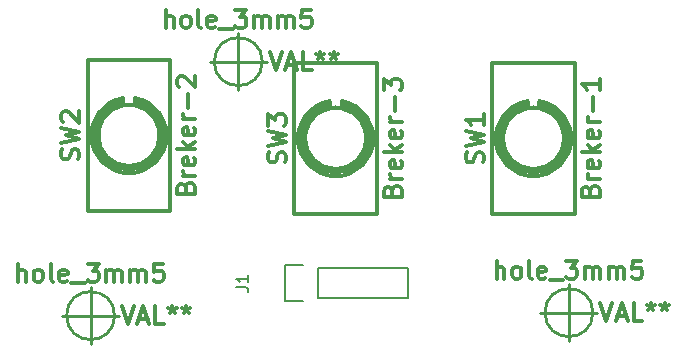
<source format=gbr>
G04 #@! TF.FileFunction,Legend,Top*
%FSLAX46Y46*%
G04 Gerber Fmt 4.6, Leading zero omitted, Abs format (unit mm)*
G04 Created by KiCad (PCBNEW 4.0.0-rc2-stable) date 2-4-2016 11:02:50*
%MOMM*%
G01*
G04 APERTURE LIST*
%ADD10C,0.100000*%
%ADD11C,0.254000*%
%ADD12C,0.150000*%
%ADD13C,0.378460*%
%ADD14C,0.304800*%
G04 APERTURE END LIST*
D10*
D11*
X57250000Y-36087000D02*
X57250000Y-40913000D01*
X54837000Y-38500000D02*
X59663000Y-38500000D01*
X59282000Y-38500000D02*
G75*
G03X59282000Y-38500000I-2032000J0D01*
G01*
D12*
X36020000Y-37270000D02*
X43640000Y-37270000D01*
X36020000Y-34730000D02*
X43640000Y-34730000D01*
X33200000Y-34450000D02*
X34750000Y-34450000D01*
X43640000Y-37270000D02*
X43640000Y-34730000D01*
X36020000Y-34730000D02*
X36020000Y-37270000D01*
X34750000Y-37550000D02*
X33200000Y-37550000D01*
X33200000Y-37550000D02*
X33200000Y-34450000D01*
D13*
X54750380Y-21149040D02*
X54750380Y-20651200D01*
X53749620Y-21149040D02*
X53749620Y-20651200D01*
X56868172Y-23750000D02*
G75*
G03X56868172Y-23750000I-2618172J0D01*
G01*
X53729300Y-21189680D02*
G75*
G03X51689680Y-24270700I520700J-2560320D01*
G01*
X56810320Y-24230060D02*
G75*
G03X54730060Y-21189680I-2560320J480060D01*
G01*
X57089720Y-24451040D02*
G75*
G03X54951040Y-20910280I-2839720J701040D01*
G01*
X53548960Y-20920440D02*
G75*
G03X51420440Y-24451040I701040J-2829560D01*
G01*
X54250000Y-26350960D02*
G75*
G03X56850960Y-23750000I0J2600960D01*
G01*
X51649040Y-23750000D02*
G75*
G03X54250000Y-26350960I2600960J0D01*
G01*
X54250000Y-26650680D02*
G75*
G03X57150680Y-23750000I0J2900680D01*
G01*
X51349320Y-23750000D02*
G75*
G03X54250000Y-26650680I2900680J0D01*
G01*
X57409760Y-24260540D02*
G75*
G03X54760540Y-20590240I-3159760J510540D01*
G01*
X53739460Y-20590240D02*
G75*
G03X51090240Y-24260540I510540J-3159760D01*
G01*
X54250000Y-26950400D02*
G75*
G03X57450400Y-23750000I0J3200400D01*
G01*
X51049600Y-23750000D02*
G75*
G03X54250000Y-26950400I3200400J0D01*
G01*
X50752420Y-30150800D02*
X50752420Y-17349200D01*
X50749880Y-17349200D02*
X57750120Y-17349200D01*
X57750120Y-17349200D02*
X57750120Y-30150800D01*
X57750120Y-30150800D02*
X50749880Y-30150800D01*
X20500380Y-20899040D02*
X20500380Y-20401200D01*
X19499620Y-20899040D02*
X19499620Y-20401200D01*
X22618172Y-23500000D02*
G75*
G03X22618172Y-23500000I-2618172J0D01*
G01*
X19479300Y-20939680D02*
G75*
G03X17439680Y-24020700I520700J-2560320D01*
G01*
X22560320Y-23980060D02*
G75*
G03X20480060Y-20939680I-2560320J480060D01*
G01*
X22839720Y-24201040D02*
G75*
G03X20701040Y-20660280I-2839720J701040D01*
G01*
X19298960Y-20670440D02*
G75*
G03X17170440Y-24201040I701040J-2829560D01*
G01*
X20000000Y-26100960D02*
G75*
G03X22600960Y-23500000I0J2600960D01*
G01*
X17399040Y-23500000D02*
G75*
G03X20000000Y-26100960I2600960J0D01*
G01*
X20000000Y-26400680D02*
G75*
G03X22900680Y-23500000I0J2900680D01*
G01*
X17099320Y-23500000D02*
G75*
G03X20000000Y-26400680I2900680J0D01*
G01*
X23159760Y-24010540D02*
G75*
G03X20510540Y-20340240I-3159760J510540D01*
G01*
X19489460Y-20340240D02*
G75*
G03X16840240Y-24010540I510540J-3159760D01*
G01*
X20000000Y-26700400D02*
G75*
G03X23200400Y-23500000I0J3200400D01*
G01*
X16799600Y-23500000D02*
G75*
G03X20000000Y-26700400I3200400J0D01*
G01*
X16502420Y-29900800D02*
X16502420Y-17099200D01*
X16499880Y-17099200D02*
X23500120Y-17099200D01*
X23500120Y-17099200D02*
X23500120Y-29900800D01*
X23500120Y-29900800D02*
X16499880Y-29900800D01*
X38000380Y-21149040D02*
X38000380Y-20651200D01*
X36999620Y-21149040D02*
X36999620Y-20651200D01*
X40118172Y-23750000D02*
G75*
G03X40118172Y-23750000I-2618172J0D01*
G01*
X36979300Y-21189680D02*
G75*
G03X34939680Y-24270700I520700J-2560320D01*
G01*
X40060320Y-24230060D02*
G75*
G03X37980060Y-21189680I-2560320J480060D01*
G01*
X40339720Y-24451040D02*
G75*
G03X38201040Y-20910280I-2839720J701040D01*
G01*
X36798960Y-20920440D02*
G75*
G03X34670440Y-24451040I701040J-2829560D01*
G01*
X37500000Y-26350960D02*
G75*
G03X40100960Y-23750000I0J2600960D01*
G01*
X34899040Y-23750000D02*
G75*
G03X37500000Y-26350960I2600960J0D01*
G01*
X37500000Y-26650680D02*
G75*
G03X40400680Y-23750000I0J2900680D01*
G01*
X34599320Y-23750000D02*
G75*
G03X37500000Y-26650680I2900680J0D01*
G01*
X40659760Y-24260540D02*
G75*
G03X38010540Y-20590240I-3159760J510540D01*
G01*
X36989460Y-20590240D02*
G75*
G03X34340240Y-24260540I510540J-3159760D01*
G01*
X37500000Y-26950400D02*
G75*
G03X40700400Y-23750000I0J3200400D01*
G01*
X34299600Y-23750000D02*
G75*
G03X37500000Y-26950400I3200400J0D01*
G01*
X34002420Y-30150800D02*
X34002420Y-17349200D01*
X33999880Y-17349200D02*
X41000120Y-17349200D01*
X41000120Y-17349200D02*
X41000120Y-30150800D01*
X41000120Y-30150800D02*
X33999880Y-30150800D01*
D11*
X16750000Y-36337000D02*
X16750000Y-41163000D01*
X14337000Y-38750000D02*
X19163000Y-38750000D01*
X18782000Y-38750000D02*
G75*
G03X18782000Y-38750000I-2032000J0D01*
G01*
X29250000Y-14837000D02*
X29250000Y-19663000D01*
X26837000Y-17250000D02*
X31663000Y-17250000D01*
X31282000Y-17250000D02*
G75*
G03X31282000Y-17250000I-2032000J0D01*
G01*
D14*
X51117714Y-35633429D02*
X51117714Y-34109429D01*
X51770857Y-35633429D02*
X51770857Y-34835143D01*
X51698286Y-34690000D01*
X51553143Y-34617429D01*
X51335428Y-34617429D01*
X51190286Y-34690000D01*
X51117714Y-34762571D01*
X52714285Y-35633429D02*
X52569143Y-35560857D01*
X52496571Y-35488286D01*
X52424000Y-35343143D01*
X52424000Y-34907714D01*
X52496571Y-34762571D01*
X52569143Y-34690000D01*
X52714285Y-34617429D01*
X52932000Y-34617429D01*
X53077143Y-34690000D01*
X53149714Y-34762571D01*
X53222285Y-34907714D01*
X53222285Y-35343143D01*
X53149714Y-35488286D01*
X53077143Y-35560857D01*
X52932000Y-35633429D01*
X52714285Y-35633429D01*
X54093142Y-35633429D02*
X53948000Y-35560857D01*
X53875428Y-35415714D01*
X53875428Y-34109429D01*
X55254286Y-35560857D02*
X55109143Y-35633429D01*
X54818857Y-35633429D01*
X54673714Y-35560857D01*
X54601143Y-35415714D01*
X54601143Y-34835143D01*
X54673714Y-34690000D01*
X54818857Y-34617429D01*
X55109143Y-34617429D01*
X55254286Y-34690000D01*
X55326857Y-34835143D01*
X55326857Y-34980286D01*
X54601143Y-35125429D01*
X55617143Y-35778571D02*
X56778286Y-35778571D01*
X56996000Y-34109429D02*
X57939429Y-34109429D01*
X57431429Y-34690000D01*
X57649143Y-34690000D01*
X57794286Y-34762571D01*
X57866857Y-34835143D01*
X57939429Y-34980286D01*
X57939429Y-35343143D01*
X57866857Y-35488286D01*
X57794286Y-35560857D01*
X57649143Y-35633429D01*
X57213715Y-35633429D01*
X57068572Y-35560857D01*
X56996000Y-35488286D01*
X58592572Y-35633429D02*
X58592572Y-34617429D01*
X58592572Y-34762571D02*
X58665144Y-34690000D01*
X58810286Y-34617429D01*
X59028001Y-34617429D01*
X59173144Y-34690000D01*
X59245715Y-34835143D01*
X59245715Y-35633429D01*
X59245715Y-34835143D02*
X59318286Y-34690000D01*
X59463429Y-34617429D01*
X59681144Y-34617429D01*
X59826286Y-34690000D01*
X59898858Y-34835143D01*
X59898858Y-35633429D01*
X60624572Y-35633429D02*
X60624572Y-34617429D01*
X60624572Y-34762571D02*
X60697144Y-34690000D01*
X60842286Y-34617429D01*
X61060001Y-34617429D01*
X61205144Y-34690000D01*
X61277715Y-34835143D01*
X61277715Y-35633429D01*
X61277715Y-34835143D02*
X61350286Y-34690000D01*
X61495429Y-34617429D01*
X61713144Y-34617429D01*
X61858286Y-34690000D01*
X61930858Y-34835143D01*
X61930858Y-35633429D01*
X63382286Y-34109429D02*
X62656572Y-34109429D01*
X62584001Y-34835143D01*
X62656572Y-34762571D01*
X62801715Y-34690000D01*
X63164572Y-34690000D01*
X63309715Y-34762571D01*
X63382286Y-34835143D01*
X63454858Y-34980286D01*
X63454858Y-35343143D01*
X63382286Y-35488286D01*
X63309715Y-35560857D01*
X63164572Y-35633429D01*
X62801715Y-35633429D01*
X62656572Y-35560857D01*
X62584001Y-35488286D01*
X59898857Y-37665429D02*
X60406857Y-39189429D01*
X60914857Y-37665429D01*
X61350286Y-38754000D02*
X62076000Y-38754000D01*
X61205143Y-39189429D02*
X61713143Y-37665429D01*
X62221143Y-39189429D01*
X63454857Y-39189429D02*
X62729143Y-39189429D01*
X62729143Y-37665429D01*
X64180571Y-37665429D02*
X64180571Y-38028286D01*
X63817714Y-37883143D02*
X64180571Y-38028286D01*
X64543429Y-37883143D01*
X63962857Y-38318571D02*
X64180571Y-38028286D01*
X64398286Y-38318571D01*
X65341714Y-37665429D02*
X65341714Y-38028286D01*
X64978857Y-37883143D02*
X65341714Y-38028286D01*
X65704572Y-37883143D01*
X65124000Y-38318571D02*
X65341714Y-38028286D01*
X65559429Y-38318571D01*
D12*
X29102381Y-36333333D02*
X29816667Y-36333333D01*
X29959524Y-36380953D01*
X30054762Y-36476191D01*
X30102381Y-36619048D01*
X30102381Y-36714286D01*
X30102381Y-35333333D02*
X30102381Y-35904762D01*
X30102381Y-35619048D02*
X29102381Y-35619048D01*
X29245238Y-35714286D01*
X29340476Y-35809524D01*
X29388095Y-35904762D01*
D14*
X49967197Y-25782000D02*
X50039769Y-25564286D01*
X50039769Y-25201429D01*
X49967197Y-25056286D01*
X49894626Y-24983715D01*
X49749483Y-24911143D01*
X49604340Y-24911143D01*
X49459197Y-24983715D01*
X49386626Y-25056286D01*
X49314054Y-25201429D01*
X49241483Y-25491715D01*
X49168911Y-25636857D01*
X49096340Y-25709429D01*
X48951197Y-25782000D01*
X48806054Y-25782000D01*
X48660911Y-25709429D01*
X48588340Y-25636857D01*
X48515769Y-25491715D01*
X48515769Y-25128857D01*
X48588340Y-24911143D01*
X48515769Y-24403143D02*
X50039769Y-24040286D01*
X48951197Y-23750000D01*
X50039769Y-23459714D01*
X48515769Y-23096857D01*
X50039769Y-21718000D02*
X50039769Y-22588857D01*
X50039769Y-22153429D02*
X48515769Y-22153429D01*
X48733483Y-22298572D01*
X48878626Y-22443714D01*
X48951197Y-22588857D01*
X59040803Y-28176858D02*
X59113374Y-27959144D01*
X59185946Y-27886572D01*
X59331089Y-27814001D01*
X59548803Y-27814001D01*
X59693946Y-27886572D01*
X59766517Y-27959144D01*
X59839089Y-28104286D01*
X59839089Y-28684858D01*
X58315089Y-28684858D01*
X58315089Y-28176858D01*
X58387660Y-28031715D01*
X58460231Y-27959144D01*
X58605374Y-27886572D01*
X58750517Y-27886572D01*
X58895660Y-27959144D01*
X58968231Y-28031715D01*
X59040803Y-28176858D01*
X59040803Y-28684858D01*
X59839089Y-27160858D02*
X58823089Y-27160858D01*
X59113374Y-27160858D02*
X58968231Y-27088286D01*
X58895660Y-27015715D01*
X58823089Y-26870572D01*
X58823089Y-26725429D01*
X59766517Y-25636857D02*
X59839089Y-25782000D01*
X59839089Y-26072286D01*
X59766517Y-26217429D01*
X59621374Y-26290000D01*
X59040803Y-26290000D01*
X58895660Y-26217429D01*
X58823089Y-26072286D01*
X58823089Y-25782000D01*
X58895660Y-25636857D01*
X59040803Y-25564286D01*
X59185946Y-25564286D01*
X59331089Y-26290000D01*
X59839089Y-24911143D02*
X58315089Y-24911143D01*
X59258517Y-24766000D02*
X59839089Y-24330571D01*
X58823089Y-24330571D02*
X59403660Y-24911143D01*
X59766517Y-23096857D02*
X59839089Y-23242000D01*
X59839089Y-23532286D01*
X59766517Y-23677429D01*
X59621374Y-23750000D01*
X59040803Y-23750000D01*
X58895660Y-23677429D01*
X58823089Y-23532286D01*
X58823089Y-23242000D01*
X58895660Y-23096857D01*
X59040803Y-23024286D01*
X59185946Y-23024286D01*
X59331089Y-23750000D01*
X59839089Y-22371143D02*
X58823089Y-22371143D01*
X59113374Y-22371143D02*
X58968231Y-22298571D01*
X58895660Y-22226000D01*
X58823089Y-22080857D01*
X58823089Y-21935714D01*
X59258517Y-21427714D02*
X59258517Y-20266571D01*
X59839089Y-18742571D02*
X59839089Y-19613428D01*
X59839089Y-19178000D02*
X58315089Y-19178000D01*
X58532803Y-19323143D01*
X58677946Y-19468285D01*
X58750517Y-19613428D01*
X15717197Y-25532000D02*
X15789769Y-25314286D01*
X15789769Y-24951429D01*
X15717197Y-24806286D01*
X15644626Y-24733715D01*
X15499483Y-24661143D01*
X15354340Y-24661143D01*
X15209197Y-24733715D01*
X15136626Y-24806286D01*
X15064054Y-24951429D01*
X14991483Y-25241715D01*
X14918911Y-25386857D01*
X14846340Y-25459429D01*
X14701197Y-25532000D01*
X14556054Y-25532000D01*
X14410911Y-25459429D01*
X14338340Y-25386857D01*
X14265769Y-25241715D01*
X14265769Y-24878857D01*
X14338340Y-24661143D01*
X14265769Y-24153143D02*
X15789769Y-23790286D01*
X14701197Y-23500000D01*
X15789769Y-23209714D01*
X14265769Y-22846857D01*
X14410911Y-22338857D02*
X14338340Y-22266286D01*
X14265769Y-22121143D01*
X14265769Y-21758286D01*
X14338340Y-21613143D01*
X14410911Y-21540572D01*
X14556054Y-21468000D01*
X14701197Y-21468000D01*
X14918911Y-21540572D01*
X15789769Y-22411429D01*
X15789769Y-21468000D01*
X24790803Y-27926858D02*
X24863374Y-27709144D01*
X24935946Y-27636572D01*
X25081089Y-27564001D01*
X25298803Y-27564001D01*
X25443946Y-27636572D01*
X25516517Y-27709144D01*
X25589089Y-27854286D01*
X25589089Y-28434858D01*
X24065089Y-28434858D01*
X24065089Y-27926858D01*
X24137660Y-27781715D01*
X24210231Y-27709144D01*
X24355374Y-27636572D01*
X24500517Y-27636572D01*
X24645660Y-27709144D01*
X24718231Y-27781715D01*
X24790803Y-27926858D01*
X24790803Y-28434858D01*
X25589089Y-26910858D02*
X24573089Y-26910858D01*
X24863374Y-26910858D02*
X24718231Y-26838286D01*
X24645660Y-26765715D01*
X24573089Y-26620572D01*
X24573089Y-26475429D01*
X25516517Y-25386857D02*
X25589089Y-25532000D01*
X25589089Y-25822286D01*
X25516517Y-25967429D01*
X25371374Y-26040000D01*
X24790803Y-26040000D01*
X24645660Y-25967429D01*
X24573089Y-25822286D01*
X24573089Y-25532000D01*
X24645660Y-25386857D01*
X24790803Y-25314286D01*
X24935946Y-25314286D01*
X25081089Y-26040000D01*
X25589089Y-24661143D02*
X24065089Y-24661143D01*
X25008517Y-24516000D02*
X25589089Y-24080571D01*
X24573089Y-24080571D02*
X25153660Y-24661143D01*
X25516517Y-22846857D02*
X25589089Y-22992000D01*
X25589089Y-23282286D01*
X25516517Y-23427429D01*
X25371374Y-23500000D01*
X24790803Y-23500000D01*
X24645660Y-23427429D01*
X24573089Y-23282286D01*
X24573089Y-22992000D01*
X24645660Y-22846857D01*
X24790803Y-22774286D01*
X24935946Y-22774286D01*
X25081089Y-23500000D01*
X25589089Y-22121143D02*
X24573089Y-22121143D01*
X24863374Y-22121143D02*
X24718231Y-22048571D01*
X24645660Y-21976000D01*
X24573089Y-21830857D01*
X24573089Y-21685714D01*
X25008517Y-21177714D02*
X25008517Y-20016571D01*
X24210231Y-19363428D02*
X24137660Y-19290857D01*
X24065089Y-19145714D01*
X24065089Y-18782857D01*
X24137660Y-18637714D01*
X24210231Y-18565143D01*
X24355374Y-18492571D01*
X24500517Y-18492571D01*
X24718231Y-18565143D01*
X25589089Y-19436000D01*
X25589089Y-18492571D01*
X33217197Y-25782000D02*
X33289769Y-25564286D01*
X33289769Y-25201429D01*
X33217197Y-25056286D01*
X33144626Y-24983715D01*
X32999483Y-24911143D01*
X32854340Y-24911143D01*
X32709197Y-24983715D01*
X32636626Y-25056286D01*
X32564054Y-25201429D01*
X32491483Y-25491715D01*
X32418911Y-25636857D01*
X32346340Y-25709429D01*
X32201197Y-25782000D01*
X32056054Y-25782000D01*
X31910911Y-25709429D01*
X31838340Y-25636857D01*
X31765769Y-25491715D01*
X31765769Y-25128857D01*
X31838340Y-24911143D01*
X31765769Y-24403143D02*
X33289769Y-24040286D01*
X32201197Y-23750000D01*
X33289769Y-23459714D01*
X31765769Y-23096857D01*
X31765769Y-22661429D02*
X31765769Y-21718000D01*
X32346340Y-22226000D01*
X32346340Y-22008286D01*
X32418911Y-21863143D01*
X32491483Y-21790572D01*
X32636626Y-21718000D01*
X32999483Y-21718000D01*
X33144626Y-21790572D01*
X33217197Y-21863143D01*
X33289769Y-22008286D01*
X33289769Y-22443714D01*
X33217197Y-22588857D01*
X33144626Y-22661429D01*
X42290803Y-28176858D02*
X42363374Y-27959144D01*
X42435946Y-27886572D01*
X42581089Y-27814001D01*
X42798803Y-27814001D01*
X42943946Y-27886572D01*
X43016517Y-27959144D01*
X43089089Y-28104286D01*
X43089089Y-28684858D01*
X41565089Y-28684858D01*
X41565089Y-28176858D01*
X41637660Y-28031715D01*
X41710231Y-27959144D01*
X41855374Y-27886572D01*
X42000517Y-27886572D01*
X42145660Y-27959144D01*
X42218231Y-28031715D01*
X42290803Y-28176858D01*
X42290803Y-28684858D01*
X43089089Y-27160858D02*
X42073089Y-27160858D01*
X42363374Y-27160858D02*
X42218231Y-27088286D01*
X42145660Y-27015715D01*
X42073089Y-26870572D01*
X42073089Y-26725429D01*
X43016517Y-25636857D02*
X43089089Y-25782000D01*
X43089089Y-26072286D01*
X43016517Y-26217429D01*
X42871374Y-26290000D01*
X42290803Y-26290000D01*
X42145660Y-26217429D01*
X42073089Y-26072286D01*
X42073089Y-25782000D01*
X42145660Y-25636857D01*
X42290803Y-25564286D01*
X42435946Y-25564286D01*
X42581089Y-26290000D01*
X43089089Y-24911143D02*
X41565089Y-24911143D01*
X42508517Y-24766000D02*
X43089089Y-24330571D01*
X42073089Y-24330571D02*
X42653660Y-24911143D01*
X43016517Y-23096857D02*
X43089089Y-23242000D01*
X43089089Y-23532286D01*
X43016517Y-23677429D01*
X42871374Y-23750000D01*
X42290803Y-23750000D01*
X42145660Y-23677429D01*
X42073089Y-23532286D01*
X42073089Y-23242000D01*
X42145660Y-23096857D01*
X42290803Y-23024286D01*
X42435946Y-23024286D01*
X42581089Y-23750000D01*
X43089089Y-22371143D02*
X42073089Y-22371143D01*
X42363374Y-22371143D02*
X42218231Y-22298571D01*
X42145660Y-22226000D01*
X42073089Y-22080857D01*
X42073089Y-21935714D01*
X42508517Y-21427714D02*
X42508517Y-20266571D01*
X41565089Y-19686000D02*
X41565089Y-18742571D01*
X42145660Y-19250571D01*
X42145660Y-19032857D01*
X42218231Y-18887714D01*
X42290803Y-18815143D01*
X42435946Y-18742571D01*
X42798803Y-18742571D01*
X42943946Y-18815143D01*
X43016517Y-18887714D01*
X43089089Y-19032857D01*
X43089089Y-19468285D01*
X43016517Y-19613428D01*
X42943946Y-19686000D01*
X10617714Y-35883429D02*
X10617714Y-34359429D01*
X11270857Y-35883429D02*
X11270857Y-35085143D01*
X11198286Y-34940000D01*
X11053143Y-34867429D01*
X10835428Y-34867429D01*
X10690286Y-34940000D01*
X10617714Y-35012571D01*
X12214285Y-35883429D02*
X12069143Y-35810857D01*
X11996571Y-35738286D01*
X11924000Y-35593143D01*
X11924000Y-35157714D01*
X11996571Y-35012571D01*
X12069143Y-34940000D01*
X12214285Y-34867429D01*
X12432000Y-34867429D01*
X12577143Y-34940000D01*
X12649714Y-35012571D01*
X12722285Y-35157714D01*
X12722285Y-35593143D01*
X12649714Y-35738286D01*
X12577143Y-35810857D01*
X12432000Y-35883429D01*
X12214285Y-35883429D01*
X13593142Y-35883429D02*
X13448000Y-35810857D01*
X13375428Y-35665714D01*
X13375428Y-34359429D01*
X14754286Y-35810857D02*
X14609143Y-35883429D01*
X14318857Y-35883429D01*
X14173714Y-35810857D01*
X14101143Y-35665714D01*
X14101143Y-35085143D01*
X14173714Y-34940000D01*
X14318857Y-34867429D01*
X14609143Y-34867429D01*
X14754286Y-34940000D01*
X14826857Y-35085143D01*
X14826857Y-35230286D01*
X14101143Y-35375429D01*
X15117143Y-36028571D02*
X16278286Y-36028571D01*
X16496000Y-34359429D02*
X17439429Y-34359429D01*
X16931429Y-34940000D01*
X17149143Y-34940000D01*
X17294286Y-35012571D01*
X17366857Y-35085143D01*
X17439429Y-35230286D01*
X17439429Y-35593143D01*
X17366857Y-35738286D01*
X17294286Y-35810857D01*
X17149143Y-35883429D01*
X16713715Y-35883429D01*
X16568572Y-35810857D01*
X16496000Y-35738286D01*
X18092572Y-35883429D02*
X18092572Y-34867429D01*
X18092572Y-35012571D02*
X18165144Y-34940000D01*
X18310286Y-34867429D01*
X18528001Y-34867429D01*
X18673144Y-34940000D01*
X18745715Y-35085143D01*
X18745715Y-35883429D01*
X18745715Y-35085143D02*
X18818286Y-34940000D01*
X18963429Y-34867429D01*
X19181144Y-34867429D01*
X19326286Y-34940000D01*
X19398858Y-35085143D01*
X19398858Y-35883429D01*
X20124572Y-35883429D02*
X20124572Y-34867429D01*
X20124572Y-35012571D02*
X20197144Y-34940000D01*
X20342286Y-34867429D01*
X20560001Y-34867429D01*
X20705144Y-34940000D01*
X20777715Y-35085143D01*
X20777715Y-35883429D01*
X20777715Y-35085143D02*
X20850286Y-34940000D01*
X20995429Y-34867429D01*
X21213144Y-34867429D01*
X21358286Y-34940000D01*
X21430858Y-35085143D01*
X21430858Y-35883429D01*
X22882286Y-34359429D02*
X22156572Y-34359429D01*
X22084001Y-35085143D01*
X22156572Y-35012571D01*
X22301715Y-34940000D01*
X22664572Y-34940000D01*
X22809715Y-35012571D01*
X22882286Y-35085143D01*
X22954858Y-35230286D01*
X22954858Y-35593143D01*
X22882286Y-35738286D01*
X22809715Y-35810857D01*
X22664572Y-35883429D01*
X22301715Y-35883429D01*
X22156572Y-35810857D01*
X22084001Y-35738286D01*
X19398857Y-37915429D02*
X19906857Y-39439429D01*
X20414857Y-37915429D01*
X20850286Y-39004000D02*
X21576000Y-39004000D01*
X20705143Y-39439429D02*
X21213143Y-37915429D01*
X21721143Y-39439429D01*
X22954857Y-39439429D02*
X22229143Y-39439429D01*
X22229143Y-37915429D01*
X23680571Y-37915429D02*
X23680571Y-38278286D01*
X23317714Y-38133143D02*
X23680571Y-38278286D01*
X24043429Y-38133143D01*
X23462857Y-38568571D02*
X23680571Y-38278286D01*
X23898286Y-38568571D01*
X24841714Y-37915429D02*
X24841714Y-38278286D01*
X24478857Y-38133143D02*
X24841714Y-38278286D01*
X25204572Y-38133143D01*
X24624000Y-38568571D02*
X24841714Y-38278286D01*
X25059429Y-38568571D01*
X23117714Y-14383429D02*
X23117714Y-12859429D01*
X23770857Y-14383429D02*
X23770857Y-13585143D01*
X23698286Y-13440000D01*
X23553143Y-13367429D01*
X23335428Y-13367429D01*
X23190286Y-13440000D01*
X23117714Y-13512571D01*
X24714285Y-14383429D02*
X24569143Y-14310857D01*
X24496571Y-14238286D01*
X24424000Y-14093143D01*
X24424000Y-13657714D01*
X24496571Y-13512571D01*
X24569143Y-13440000D01*
X24714285Y-13367429D01*
X24932000Y-13367429D01*
X25077143Y-13440000D01*
X25149714Y-13512571D01*
X25222285Y-13657714D01*
X25222285Y-14093143D01*
X25149714Y-14238286D01*
X25077143Y-14310857D01*
X24932000Y-14383429D01*
X24714285Y-14383429D01*
X26093142Y-14383429D02*
X25948000Y-14310857D01*
X25875428Y-14165714D01*
X25875428Y-12859429D01*
X27254286Y-14310857D02*
X27109143Y-14383429D01*
X26818857Y-14383429D01*
X26673714Y-14310857D01*
X26601143Y-14165714D01*
X26601143Y-13585143D01*
X26673714Y-13440000D01*
X26818857Y-13367429D01*
X27109143Y-13367429D01*
X27254286Y-13440000D01*
X27326857Y-13585143D01*
X27326857Y-13730286D01*
X26601143Y-13875429D01*
X27617143Y-14528571D02*
X28778286Y-14528571D01*
X28996000Y-12859429D02*
X29939429Y-12859429D01*
X29431429Y-13440000D01*
X29649143Y-13440000D01*
X29794286Y-13512571D01*
X29866857Y-13585143D01*
X29939429Y-13730286D01*
X29939429Y-14093143D01*
X29866857Y-14238286D01*
X29794286Y-14310857D01*
X29649143Y-14383429D01*
X29213715Y-14383429D01*
X29068572Y-14310857D01*
X28996000Y-14238286D01*
X30592572Y-14383429D02*
X30592572Y-13367429D01*
X30592572Y-13512571D02*
X30665144Y-13440000D01*
X30810286Y-13367429D01*
X31028001Y-13367429D01*
X31173144Y-13440000D01*
X31245715Y-13585143D01*
X31245715Y-14383429D01*
X31245715Y-13585143D02*
X31318286Y-13440000D01*
X31463429Y-13367429D01*
X31681144Y-13367429D01*
X31826286Y-13440000D01*
X31898858Y-13585143D01*
X31898858Y-14383429D01*
X32624572Y-14383429D02*
X32624572Y-13367429D01*
X32624572Y-13512571D02*
X32697144Y-13440000D01*
X32842286Y-13367429D01*
X33060001Y-13367429D01*
X33205144Y-13440000D01*
X33277715Y-13585143D01*
X33277715Y-14383429D01*
X33277715Y-13585143D02*
X33350286Y-13440000D01*
X33495429Y-13367429D01*
X33713144Y-13367429D01*
X33858286Y-13440000D01*
X33930858Y-13585143D01*
X33930858Y-14383429D01*
X35382286Y-12859429D02*
X34656572Y-12859429D01*
X34584001Y-13585143D01*
X34656572Y-13512571D01*
X34801715Y-13440000D01*
X35164572Y-13440000D01*
X35309715Y-13512571D01*
X35382286Y-13585143D01*
X35454858Y-13730286D01*
X35454858Y-14093143D01*
X35382286Y-14238286D01*
X35309715Y-14310857D01*
X35164572Y-14383429D01*
X34801715Y-14383429D01*
X34656572Y-14310857D01*
X34584001Y-14238286D01*
X31898857Y-16415429D02*
X32406857Y-17939429D01*
X32914857Y-16415429D01*
X33350286Y-17504000D02*
X34076000Y-17504000D01*
X33205143Y-17939429D02*
X33713143Y-16415429D01*
X34221143Y-17939429D01*
X35454857Y-17939429D02*
X34729143Y-17939429D01*
X34729143Y-16415429D01*
X36180571Y-16415429D02*
X36180571Y-16778286D01*
X35817714Y-16633143D02*
X36180571Y-16778286D01*
X36543429Y-16633143D01*
X35962857Y-17068571D02*
X36180571Y-16778286D01*
X36398286Y-17068571D01*
X37341714Y-16415429D02*
X37341714Y-16778286D01*
X36978857Y-16633143D02*
X37341714Y-16778286D01*
X37704572Y-16633143D01*
X37124000Y-17068571D02*
X37341714Y-16778286D01*
X37559429Y-17068571D01*
M02*

</source>
